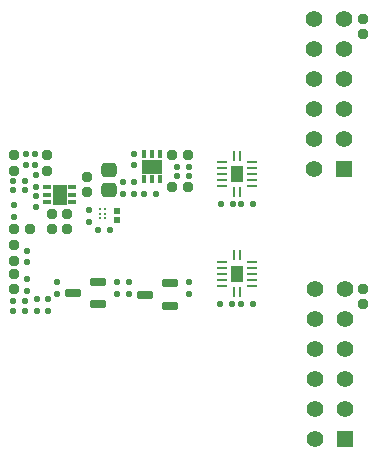
<source format=gbs>
G04*
G04 #@! TF.GenerationSoftware,Altium Limited,Altium Designer,23.8.1 (32)*
G04*
G04 Layer_Color=16711935*
%FSLAX44Y44*%
%MOMM*%
G71*
G04*
G04 #@! TF.SameCoordinates,DF38465C-164B-46F8-8289-0D746A6B0DDA*
G04*
G04*
G04 #@! TF.FilePolarity,Negative*
G04*
G01*
G75*
%ADD18R,1.4208X1.4208*%
%ADD19C,1.4208*%
G04:AMPARAMS|DCode=43|XSize=0.5508mm|YSize=0.5508mm|CornerRadius=0.1504mm|HoleSize=0mm|Usage=FLASHONLY|Rotation=90.000|XOffset=0mm|YOffset=0mm|HoleType=Round|Shape=RoundedRectangle|*
%AMROUNDEDRECTD43*
21,1,0.5508,0.2500,0,0,90.0*
21,1,0.2500,0.5508,0,0,90.0*
1,1,0.3008,0.1250,0.1250*
1,1,0.3008,0.1250,-0.1250*
1,1,0.3008,-0.1250,-0.1250*
1,1,0.3008,-0.1250,0.1250*
%
%ADD43ROUNDEDRECTD43*%
G04:AMPARAMS|DCode=44|XSize=1.2808mm|YSize=0.6508mm|CornerRadius=0.1004mm|HoleSize=0mm|Usage=FLASHONLY|Rotation=180.000|XOffset=0mm|YOffset=0mm|HoleType=Round|Shape=RoundedRectangle|*
%AMROUNDEDRECTD44*
21,1,1.2808,0.4500,0,0,180.0*
21,1,1.0800,0.6508,0,0,180.0*
1,1,0.2008,-0.5400,0.2250*
1,1,0.2008,0.5400,0.2250*
1,1,0.2008,0.5400,-0.2250*
1,1,0.2008,-0.5400,-0.2250*
%
%ADD44ROUNDEDRECTD44*%
G04:AMPARAMS|DCode=45|XSize=0.5508mm|YSize=0.5508mm|CornerRadius=0.1504mm|HoleSize=0mm|Usage=FLASHONLY|Rotation=0.000|XOffset=0mm|YOffset=0mm|HoleType=Round|Shape=RoundedRectangle|*
%AMROUNDEDRECTD45*
21,1,0.5508,0.2500,0,0,0.0*
21,1,0.2500,0.5508,0,0,0.0*
1,1,0.3008,0.1250,-0.1250*
1,1,0.3008,-0.1250,-0.1250*
1,1,0.3008,-0.1250,0.1250*
1,1,0.3008,0.1250,0.1250*
%
%ADD45ROUNDEDRECTD45*%
%ADD46C,0.3008*%
%ADD47R,0.5808X0.6008*%
%ADD48R,1.0508X1.4508*%
%ADD49R,0.2908X0.9508*%
%ADD50R,0.9508X0.2908*%
%ADD51R,1.7508X1.1508*%
%ADD52R,0.4008X0.6508*%
G04:AMPARAMS|DCode=53|XSize=0.8128mm|YSize=0.8128mm|CornerRadius=0.2159mm|HoleSize=0mm|Usage=FLASHONLY|Rotation=0.000|XOffset=0mm|YOffset=0mm|HoleType=Round|Shape=RoundedRectangle|*
%AMROUNDEDRECTD53*
21,1,0.8128,0.3810,0,0,0.0*
21,1,0.3810,0.8128,0,0,0.0*
1,1,0.4318,0.1905,-0.1905*
1,1,0.4318,-0.1905,-0.1905*
1,1,0.4318,-0.1905,0.1905*
1,1,0.4318,0.1905,0.1905*
%
%ADD53ROUNDEDRECTD53*%
G04:AMPARAMS|DCode=54|XSize=0.8128mm|YSize=0.8128mm|CornerRadius=0.2159mm|HoleSize=0mm|Usage=FLASHONLY|Rotation=90.000|XOffset=0mm|YOffset=0mm|HoleType=Round|Shape=RoundedRectangle|*
%AMROUNDEDRECTD54*
21,1,0.8128,0.3810,0,0,90.0*
21,1,0.3810,0.8128,0,0,90.0*
1,1,0.4318,0.1905,0.1905*
1,1,0.4318,0.1905,-0.1905*
1,1,0.4318,-0.1905,-0.1905*
1,1,0.4318,-0.1905,0.1905*
%
%ADD54ROUNDEDRECTD54*%
%ADD55R,1.1508X1.7508*%
%ADD56R,0.6508X0.4008*%
G04:AMPARAMS|DCode=57|XSize=1.3208mm|YSize=1.1908mm|CornerRadius=0.3104mm|HoleSize=0mm|Usage=FLASHONLY|Rotation=180.000|XOffset=0mm|YOffset=0mm|HoleType=Round|Shape=RoundedRectangle|*
%AMROUNDEDRECTD57*
21,1,1.3208,0.5700,0,0,180.0*
21,1,0.7000,1.1908,0,0,180.0*
1,1,0.6208,-0.3500,0.2850*
1,1,0.6208,0.3500,0.2850*
1,1,0.6208,0.3500,-0.2850*
1,1,0.6208,-0.3500,-0.2850*
%
%ADD57ROUNDEDRECTD57*%
D18*
X-49870Y265855D02*
D03*
X-49475Y37558D02*
D03*
D19*
X-75270Y265855D02*
D03*
X-49870Y291255D02*
D03*
X-75270D02*
D03*
X-49870Y316655D02*
D03*
X-75270D02*
D03*
X-49870Y342055D02*
D03*
X-75270D02*
D03*
X-49870Y367455D02*
D03*
X-75270D02*
D03*
X-49870Y392855D02*
D03*
X-75270D02*
D03*
X-74875Y37558D02*
D03*
X-49475Y62958D02*
D03*
X-74875D02*
D03*
X-49475Y88358D02*
D03*
X-74875D02*
D03*
X-49475Y113758D02*
D03*
X-74875D02*
D03*
X-49475Y139158D02*
D03*
X-74875D02*
D03*
X-49475Y164558D02*
D03*
X-74875D02*
D03*
D43*
X-242584Y170484D02*
D03*
Y160484D02*
D03*
X-232000Y170484D02*
D03*
Y160484D02*
D03*
X-266129Y230917D02*
D03*
Y220917D02*
D03*
X-237078Y254822D02*
D03*
Y244822D02*
D03*
X-227832Y254822D02*
D03*
Y244822D02*
D03*
X-181435Y170484D02*
D03*
Y160484D02*
D03*
X-310378Y145670D02*
D03*
Y155670D02*
D03*
X-318385Y172995D02*
D03*
Y162995D02*
D03*
X-300947Y155671D02*
D03*
Y145671D02*
D03*
X-292867Y170484D02*
D03*
Y160484D02*
D03*
X-318385Y196781D02*
D03*
Y186781D02*
D03*
X-329723Y235255D02*
D03*
Y225255D02*
D03*
X-311197Y243315D02*
D03*
Y233315D02*
D03*
X-319286Y278937D02*
D03*
Y268937D02*
D03*
X-311666Y278937D02*
D03*
Y268937D02*
D03*
X-311197Y260686D02*
D03*
Y250686D02*
D03*
X-227832Y278937D02*
D03*
Y268937D02*
D03*
D44*
X-197633Y150120D02*
D03*
X-218833Y159620D02*
D03*
X-197633Y169120D02*
D03*
X-258500Y151484D02*
D03*
X-279700Y160984D02*
D03*
X-258500Y170484D02*
D03*
D45*
X-248392Y214552D02*
D03*
X-258392D02*
D03*
X-209553Y244822D02*
D03*
X-219553D02*
D03*
X-144677Y236180D02*
D03*
X-154677D02*
D03*
X-137078D02*
D03*
X-127078D02*
D03*
X-181435Y260271D02*
D03*
X-191435D02*
D03*
X-181435Y267891D02*
D03*
X-191435D02*
D03*
X-145222Y151722D02*
D03*
X-155222D02*
D03*
X-137078D02*
D03*
X-127078D02*
D03*
X-330739Y145671D02*
D03*
X-320739D02*
D03*
X-330739Y154429D02*
D03*
X-320739D02*
D03*
X-330739Y255631D02*
D03*
X-320739D02*
D03*
X-330739Y247907D02*
D03*
X-320739D02*
D03*
D46*
X-256838Y224127D02*
D03*
X-252838D02*
D03*
X-256838Y228127D02*
D03*
X-252838D02*
D03*
X-256838Y232127D02*
D03*
X-252838D02*
D03*
D47*
X-242866Y222355D02*
D03*
Y230735D02*
D03*
D48*
X-140878Y261691D02*
D03*
Y177234D02*
D03*
D49*
X-138378Y246191D02*
D03*
Y277191D02*
D03*
X-143378D02*
D03*
Y246191D02*
D03*
X-138378Y161734D02*
D03*
Y192734D02*
D03*
X-143378D02*
D03*
Y161734D02*
D03*
D50*
X-127878Y251691D02*
D03*
Y256691D02*
D03*
Y261691D02*
D03*
Y266691D02*
D03*
Y271691D02*
D03*
X-153877D02*
D03*
Y266691D02*
D03*
Y261691D02*
D03*
Y256691D02*
D03*
Y251691D02*
D03*
X-127878Y167234D02*
D03*
Y172234D02*
D03*
Y177234D02*
D03*
Y182234D02*
D03*
Y187234D02*
D03*
X-153877D02*
D03*
Y182234D02*
D03*
Y177234D02*
D03*
Y172234D02*
D03*
Y167234D02*
D03*
D51*
X-212790Y267937D02*
D03*
D52*
X-206290Y278437D02*
D03*
X-212790D02*
D03*
X-219290D02*
D03*
Y257437D02*
D03*
X-212790D02*
D03*
X-206290D02*
D03*
D53*
X-195508Y250706D02*
D03*
X-182169D02*
D03*
X-329429Y214713D02*
D03*
X-316089D02*
D03*
X-196085Y277627D02*
D03*
X-182745D02*
D03*
D54*
X-34235Y379818D02*
D03*
Y393158D02*
D03*
Y151218D02*
D03*
Y164558D02*
D03*
X-329429Y164051D02*
D03*
Y177391D02*
D03*
Y188091D02*
D03*
Y201431D02*
D03*
X-297783Y214713D02*
D03*
Y228053D02*
D03*
X-285151Y214713D02*
D03*
Y228053D02*
D03*
X-268220Y246132D02*
D03*
Y259472D02*
D03*
X-329429Y277627D02*
D03*
Y264287D02*
D03*
X-301593D02*
D03*
Y277627D02*
D03*
D55*
X-290953Y244065D02*
D03*
D56*
X-280453Y237565D02*
D03*
Y244065D02*
D03*
Y250565D02*
D03*
X-301453D02*
D03*
Y244065D02*
D03*
Y237565D02*
D03*
D57*
X-249150Y248022D02*
D03*
Y265062D02*
D03*
M02*

</source>
